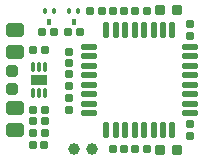
<source format=gtp>
G04*
G04 #@! TF.GenerationSoftware,Altium Limited,Altium Designer,21.8.1 (53)*
G04*
G04 Layer_Color=8421504*
%FSLAX25Y25*%
%MOIN*%
G70*
G04*
G04 #@! TF.SameCoordinates,FA860FD0-AEA4-4FFE-92F8-4FAB6C871CC1*
G04*
G04*
G04 #@! TF.FilePolarity,Positive*
G04*
G01*
G75*
G04:AMPARAMS|DCode=13|XSize=23.62mil|YSize=25.59mil|CornerRadius=3.9mil|HoleSize=0mil|Usage=FLASHONLY|Rotation=180.000|XOffset=0mil|YOffset=0mil|HoleType=Round|Shape=RoundedRectangle|*
%AMROUNDEDRECTD13*
21,1,0.02362,0.01780,0,0,180.0*
21,1,0.01583,0.02559,0,0,180.0*
1,1,0.00780,-0.00791,0.00890*
1,1,0.00780,0.00791,0.00890*
1,1,0.00780,0.00791,-0.00890*
1,1,0.00780,-0.00791,-0.00890*
%
%ADD13ROUNDEDRECTD13*%
G04:AMPARAMS|DCode=14|XSize=16.54mil|YSize=19.68mil|CornerRadius=2.4mil|HoleSize=0mil|Usage=FLASHONLY|Rotation=180.000|XOffset=0mil|YOffset=0mil|HoleType=Round|Shape=RoundedRectangle|*
%AMROUNDEDRECTD14*
21,1,0.01654,0.01489,0,0,180.0*
21,1,0.01174,0.01968,0,0,180.0*
1,1,0.00480,-0.00587,0.00745*
1,1,0.00480,0.00587,0.00745*
1,1,0.00480,0.00587,-0.00745*
1,1,0.00480,-0.00587,-0.00745*
%
%ADD14ROUNDEDRECTD14*%
G04:AMPARAMS|DCode=15|XSize=12.6mil|YSize=19.68mil|CornerRadius=1.83mil|HoleSize=0mil|Usage=FLASHONLY|Rotation=180.000|XOffset=0mil|YOffset=0mil|HoleType=Round|Shape=RoundedRectangle|*
%AMROUNDEDRECTD15*
21,1,0.01260,0.01603,0,0,180.0*
21,1,0.00895,0.01968,0,0,180.0*
1,1,0.00365,-0.00447,0.00802*
1,1,0.00365,0.00447,0.00802*
1,1,0.00365,0.00447,-0.00802*
1,1,0.00365,-0.00447,-0.00802*
%
%ADD15ROUNDEDRECTD15*%
G04:AMPARAMS|DCode=16|XSize=19.68mil|YSize=55.12mil|CornerRadius=4.92mil|HoleSize=0mil|Usage=FLASHONLY|Rotation=0.000|XOffset=0mil|YOffset=0mil|HoleType=Round|Shape=RoundedRectangle|*
%AMROUNDEDRECTD16*
21,1,0.01968,0.04528,0,0,0.0*
21,1,0.00984,0.05512,0,0,0.0*
1,1,0.00984,0.00492,-0.02264*
1,1,0.00984,-0.00492,-0.02264*
1,1,0.00984,-0.00492,0.02264*
1,1,0.00984,0.00492,0.02264*
%
%ADD16ROUNDEDRECTD16*%
G04:AMPARAMS|DCode=17|XSize=19.68mil|YSize=55.12mil|CornerRadius=4.92mil|HoleSize=0mil|Usage=FLASHONLY|Rotation=270.000|XOffset=0mil|YOffset=0mil|HoleType=Round|Shape=RoundedRectangle|*
%AMROUNDEDRECTD17*
21,1,0.01968,0.04528,0,0,270.0*
21,1,0.00984,0.05512,0,0,270.0*
1,1,0.00984,-0.02264,-0.00492*
1,1,0.00984,-0.02264,0.00492*
1,1,0.00984,0.02264,0.00492*
1,1,0.00984,0.02264,-0.00492*
%
%ADD17ROUNDEDRECTD17*%
G04:AMPARAMS|DCode=18|XSize=23.62mil|YSize=25.59mil|CornerRadius=3.9mil|HoleSize=0mil|Usage=FLASHONLY|Rotation=270.000|XOffset=0mil|YOffset=0mil|HoleType=Round|Shape=RoundedRectangle|*
%AMROUNDEDRECTD18*
21,1,0.02362,0.01780,0,0,270.0*
21,1,0.01583,0.02559,0,0,270.0*
1,1,0.00780,-0.00890,-0.00791*
1,1,0.00780,-0.00890,0.00791*
1,1,0.00780,0.00890,0.00791*
1,1,0.00780,0.00890,-0.00791*
%
%ADD18ROUNDEDRECTD18*%
G04:AMPARAMS|DCode=19|XSize=37.4mil|YSize=37.4mil|CornerRadius=5.98mil|HoleSize=0mil|Usage=FLASHONLY|Rotation=180.000|XOffset=0mil|YOffset=0mil|HoleType=Round|Shape=RoundedRectangle|*
%AMROUNDEDRECTD19*
21,1,0.03740,0.02543,0,0,180.0*
21,1,0.02543,0.03740,0,0,180.0*
1,1,0.01197,-0.01272,0.01272*
1,1,0.01197,0.01272,0.01272*
1,1,0.01197,0.01272,-0.01272*
1,1,0.01197,-0.01272,-0.01272*
%
%ADD19ROUNDEDRECTD19*%
G04:AMPARAMS|DCode=20|XSize=31.5mil|YSize=31.5mil|CornerRadius=3.94mil|HoleSize=0mil|Usage=FLASHONLY|Rotation=270.000|XOffset=0mil|YOffset=0mil|HoleType=Round|Shape=RoundedRectangle|*
%AMROUNDEDRECTD20*
21,1,0.03150,0.02362,0,0,270.0*
21,1,0.02362,0.03150,0,0,270.0*
1,1,0.00787,-0.01181,-0.01181*
1,1,0.00787,-0.01181,0.01181*
1,1,0.00787,0.01181,0.01181*
1,1,0.00787,0.01181,-0.01181*
%
%ADD20ROUNDEDRECTD20*%
G04:AMPARAMS|DCode=21|XSize=11.81mil|YSize=31.5mil|CornerRadius=1.29mil|HoleSize=0mil|Usage=FLASHONLY|Rotation=0.000|XOffset=0mil|YOffset=0mil|HoleType=Round|Shape=RoundedRectangle|*
%AMROUNDEDRECTD21*
21,1,0.01181,0.02892,0,0,0.0*
21,1,0.00923,0.03150,0,0,0.0*
1,1,0.00258,0.00462,-0.01446*
1,1,0.00258,-0.00462,-0.01446*
1,1,0.00258,-0.00462,0.01446*
1,1,0.00258,0.00462,0.01446*
%
%ADD21ROUNDEDRECTD21*%
G04:AMPARAMS|DCode=22|XSize=32.28mil|YSize=55.12mil|CornerRadius=0mil|HoleSize=0mil|Usage=FLASHONLY|Rotation=270.000|XOffset=0mil|YOffset=0mil|HoleType=Round|Shape=RoundedRectangle|*
%AMROUNDEDRECTD22*
21,1,0.03228,0.05512,0,0,270.0*
21,1,0.03228,0.05512,0,0,270.0*
1,1,0.00000,-0.02756,-0.01614*
1,1,0.00000,-0.02756,0.01614*
1,1,0.00000,0.02756,0.01614*
1,1,0.00000,0.02756,-0.01614*
%
%ADD22ROUNDEDRECTD22*%
G04:AMPARAMS|DCode=23|XSize=57.09mil|YSize=45.28mil|CornerRadius=5.89mil|HoleSize=0mil|Usage=FLASHONLY|Rotation=0.000|XOffset=0mil|YOffset=0mil|HoleType=Round|Shape=RoundedRectangle|*
%AMROUNDEDRECTD23*
21,1,0.05709,0.03350,0,0,0.0*
21,1,0.04532,0.04528,0,0,0.0*
1,1,0.01177,0.02266,-0.01675*
1,1,0.01177,-0.02266,-0.01675*
1,1,0.01177,-0.02266,0.01675*
1,1,0.01177,0.02266,0.01675*
%
%ADD23ROUNDEDRECTD23*%
%ADD24C,0.03937*%
D13*
X28642Y15846D02*
D03*
X24705D02*
D03*
X25591Y-17717D02*
D03*
X21654D02*
D03*
Y-13780D02*
D03*
X25591D02*
D03*
X37303Y15846D02*
D03*
X33366D02*
D03*
X40650Y23130D02*
D03*
X44587D02*
D03*
X59547Y-23130D02*
D03*
X55610D02*
D03*
X48130Y23130D02*
D03*
X52067D02*
D03*
X21654Y-9843D02*
D03*
X25591D02*
D03*
Y9843D02*
D03*
X21654D02*
D03*
X21506Y-21654D02*
D03*
X25443D02*
D03*
X52067Y-23130D02*
D03*
X48130D02*
D03*
X59547Y23130D02*
D03*
X55610D02*
D03*
D14*
X27067Y19193D02*
D03*
X35138D02*
D03*
D15*
X25492Y23130D02*
D03*
X28642D02*
D03*
X33563D02*
D03*
X36713D02*
D03*
D16*
X68110Y16732D02*
D03*
X64961Y16732D02*
D03*
X61811D02*
D03*
X58661D02*
D03*
X55512D02*
D03*
X52362D02*
D03*
X49213D02*
D03*
X46063D02*
D03*
X46063Y-16732D02*
D03*
X49213Y-16732D02*
D03*
X52362Y-16732D02*
D03*
X55512D02*
D03*
X58661D02*
D03*
X61811D02*
D03*
X64961Y-16732D02*
D03*
X68110Y-16732D02*
D03*
D17*
X73819Y-11024D02*
D03*
Y-7874D02*
D03*
X73819Y-4724D02*
D03*
Y-1575D02*
D03*
Y1575D02*
D03*
Y4724D02*
D03*
Y7874D02*
D03*
X73819Y11024D02*
D03*
X40354Y11024D02*
D03*
Y7874D02*
D03*
Y4724D02*
D03*
Y1575D02*
D03*
Y-1575D02*
D03*
Y-4724D02*
D03*
X40354Y-7874D02*
D03*
X40354Y-11024D02*
D03*
D18*
X33465Y5512D02*
D03*
Y9449D02*
D03*
X73819Y-18701D02*
D03*
Y-14764D02*
D03*
X33465Y-9941D02*
D03*
Y-6004D02*
D03*
Y1969D02*
D03*
Y-1969D02*
D03*
X73819Y14764D02*
D03*
Y18701D02*
D03*
D19*
X14665Y-3150D02*
D03*
Y3150D02*
D03*
D20*
X69784Y-23425D02*
D03*
X63878D02*
D03*
Y23425D02*
D03*
X69784D02*
D03*
D21*
X25591Y4232D02*
D03*
X23622D02*
D03*
X21654D02*
D03*
Y-4232D02*
D03*
X23622D02*
D03*
X25591D02*
D03*
D22*
X23622Y0D02*
D03*
D23*
X15551Y16535D02*
D03*
Y9449D02*
D03*
Y-16535D02*
D03*
Y-9449D02*
D03*
D24*
X41339Y-22835D02*
D03*
X35433D02*
D03*
M02*

</source>
